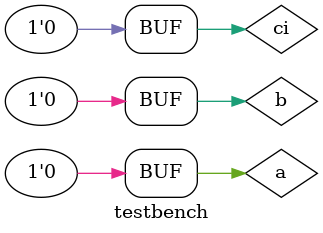
<source format=v>
module testbench;

// input and output test signals
reg a, b, ci;

wire sum, carry;

// creating the instance of the module we want to test
half_adder ha(a, b, ci, sum, carry);

initial
begin
a = 1'b0;
b = 1'b1;
ci = 1'b0;
#5; // pause (5 units of delay )
a = 1'b1;
b = 1'b1;
ci = 1'b0;
#5; // pause (5 units of delay )
a = 1'b0;
b = 1'b1;
ci = 1'b1;
#5; // pause (5 units of delay )
a = 1'b1;
b = 1'b0;
ci = 1'b0;
#5; // pause (5 units of delay )
a = 1'b0;
b = 1'b0;
ci = 1'b1;
#5; // pause (5 units of delay )
a = 1'b1;
b = 1'b0;
ci = 1'b1;
#5; // pause (5 units of delay )
a = 1'b1;
b = 1'b1;
ci = 1'b1;
#5; // pause (5 units of delay )
a = 1'b0;
b = 1'b0;
ci = 1'b0;
#5; // pause (5 units of delay )

end

// print signal values on every change
initial
$monitor("a= %b b = %b sum = %b carry = %b", a, b, sum, carry);

initial
$dumpvars;

endmodule
</source>
